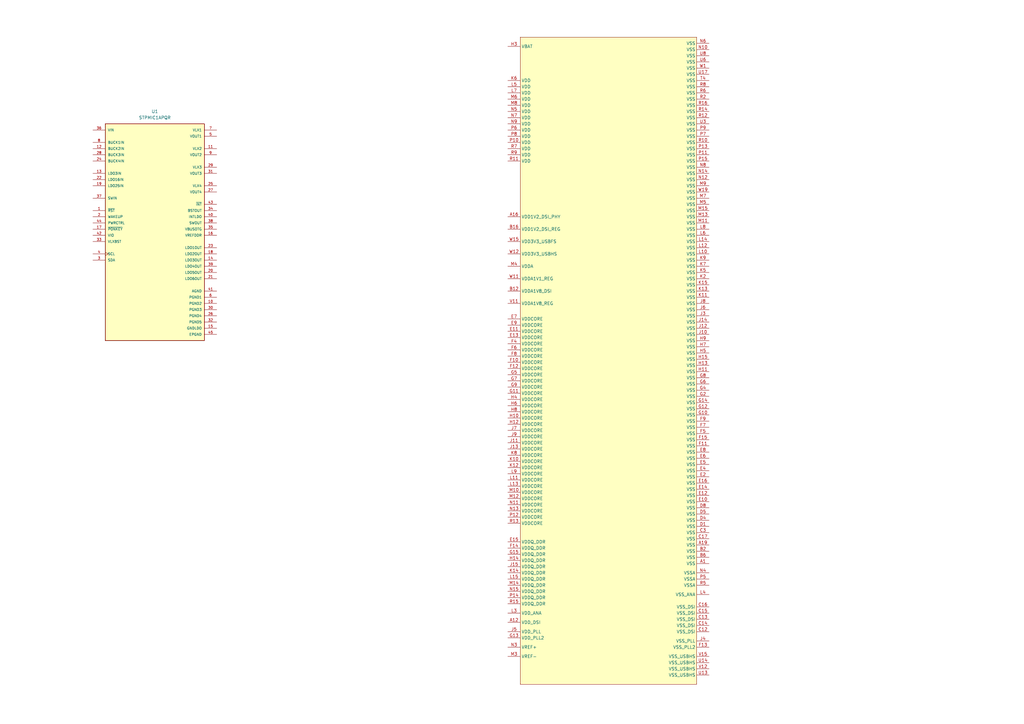
<source format=kicad_sch>
(kicad_sch (version 20250114) (generator "eeschema") (generator_version "9.0")
  (paper "A3")
  (lib_symbols
    (symbol "New_Library:STM32MP157FABx"
      (symbol "STM32MP157FABx_1_1"
        (rectangle (start -22.86 109.22) (end 49.53 -156.21) (fill (type background)))
        (pin power_in line (at -27.94 105.41 0) (length 5.08) (name "VBAT") (number "H3"))
        (pin power_in line (at -27.94 91.44 0) (length 5.08) (name "VDD") (number "K6"))
        (pin power_in line (at -27.94 88.9 0) (length 5.08) (name "VDD") (number "L5"))
        (pin power_in line (at -27.94 86.36 0) (length 5.08) (name "VDD") (number "L7"))
        (pin power_in line (at -27.94 83.82 0) (length 5.08) (name "VDD") (number "M6"))
        (pin power_in line (at -27.94 81.28 0) (length 5.08) (name "VDD") (number "M8"))
        (pin power_in line (at -27.94 78.74 0) (length 5.08) (name "VDD") (number "N5"))
        (pin power_in line (at -27.94 76.2 0) (length 5.08) (name "VDD") (number "N7"))
        (pin power_in line (at -27.94 73.66 0) (length 5.08) (name "VDD") (number "N9"))
        (pin power_in line (at -27.94 71.12 0) (length 5.08) (name "VDD") (number "P6"))
        (pin power_in line (at -27.94 68.58 0) (length 5.08) (name "VDD") (number "P8"))
        (pin power_in line (at -27.94 66.04 0) (length 5.08) (name "VDD") (number "P10"))
        (pin power_in line (at -27.94 63.5 0) (length 5.08) (name "VDD") (number "R7"))
        (pin power_in line (at -27.94 60.96 0) (length 5.08) (name "VDD") (number "R9"))
        (pin power_in line (at -27.94 58.42 0) (length 5.08) (name "VDD") (number "R11"))
        (pin power_in line (at -27.94 35.56 0) (length 5.08) (name "VDD1V2_DSI_PHY") (number "A16"))
        (pin power_in line (at -27.94 30.48 0) (length 5.08) (name "VDD1V2_DSI_REG") (number "B16"))
        (pin power_in line (at -27.94 25.4 0) (length 5.08) (name "VDD3V3_USBFS") (number "W15"))
        (pin power_in line (at -27.94 20.32 0) (length 5.08) (name "VDD3V3_USBHS") (number "W12"))
        (pin power_in line (at -27.94 15.24 0) (length 5.08) (name "VDDA") (number "M4"))
        (pin power_in line (at -27.94 10.16 0) (length 5.08) (name "VDDA1V1_REG") (number "W11"))
        (pin power_in line (at -27.94 5.08 0) (length 5.08) (name "VDDA1V8_DSI") (number "B12"))
        (pin power_in line (at -27.94 0 0) (length 5.08) (name "VDDA1V8_REG") (number "V11"))
        (pin power_in line (at -27.94 -6.35 0) (length 5.08) (name "VDDCORE") (number "E7"))
        (pin power_in line (at -27.94 -8.89 0) (length 5.08) (name "VDDCORE") (number "E9"))
        (pin power_in line (at -27.94 -11.43 0) (length 5.08) (name "VDDCORE") (number "E11"))
        (pin power_in line (at -27.94 -13.97 0) (length 5.08) (name "VDDCORE") (number "E13"))
        (pin power_in line (at -27.94 -16.51 0) (length 5.08) (name "VDDCORE") (number "F4"))
        (pin power_in line (at -27.94 -19.05 0) (length 5.08) (name "VDDCORE") (number "F6"))
        (pin power_in line (at -27.94 -21.59 0) (length 5.08) (name "VDDCORE") (number "F8"))
        (pin power_in line (at -27.94 -24.13 0) (length 5.08) (name "VDDCORE") (number "F10"))
        (pin power_in line (at -27.94 -26.67 0) (length 5.08) (name "VDDCORE") (number "F12"))
        (pin power_in line (at -27.94 -29.21 0) (length 5.08) (name "VDDCORE") (number "G5"))
        (pin power_in line (at -27.94 -31.75 0) (length 5.08) (name "VDDCORE") (number "G7"))
        (pin power_in line (at -27.94 -34.29 0) (length 5.08) (name "VDDCORE") (number "G9"))
        (pin power_in line (at -27.94 -36.83 0) (length 5.08) (name "VDDCORE") (number "G11"))
        (pin power_in line (at -27.94 -39.37 0) (length 5.08) (name "VDDCORE") (number "H4"))
        (pin power_in line (at -27.94 -41.91 0) (length 5.08) (name "VDDCORE") (number "H6"))
        (pin power_in line (at -27.94 -44.45 0) (length 5.08) (name "VDDCORE") (number "H8"))
        (pin power_in line (at -27.94 -46.99 0) (length 5.08) (name "VDDCORE") (number "H10"))
        (pin power_in line (at -27.94 -49.53 0) (length 5.08) (name "VDDCORE") (number "H12"))
        (pin power_in line (at -27.94 -52.07 0) (length 5.08) (name "VDDCORE") (number "J7"))
        (pin power_in line (at -27.94 -54.61 0) (length 5.08) (name "VDDCORE") (number "J9"))
        (pin power_in line (at -27.94 -57.15 0) (length 5.08) (name "VDDCORE") (number "J11"))
        (pin power_in line (at -27.94 -59.69 0) (length 5.08) (name "VDDCORE") (number "J13"))
        (pin power_in line (at -27.94 -62.23 0) (length 5.08) (name "VDDCORE") (number "K8"))
        (pin power_in line (at -27.94 -64.77 0) (length 5.08) (name "VDDCORE") (number "K10"))
        (pin power_in line (at -27.94 -67.31 0) (length 5.08) (name "VDDCORE") (number "K12"))
        (pin power_in line (at -27.94 -69.85 0) (length 5.08) (name "VDDCORE") (number "L9"))
        (pin power_in line (at -27.94 -72.39 0) (length 5.08) (name "VDDCORE") (number "L11"))
        (pin power_in line (at -27.94 -74.93 0) (length 5.08) (name "VDDCORE") (number "L13"))
        (pin power_in line (at -27.94 -77.47 0) (length 5.08) (name "VDDCORE") (number "M10"))
        (pin power_in line (at -27.94 -80.01 0) (length 5.08) (name "VDDCORE") (number "M12"))
        (pin power_in line (at -27.94 -82.55 0) (length 5.08) (name "VDDCORE") (number "N11"))
        (pin power_in line (at -27.94 -85.09 0) (length 5.08) (name "VDDCORE") (number "N13"))
        (pin power_in line (at -27.94 -87.63 0) (length 5.08) (name "VDDCORE") (number "P12"))
        (pin power_in line (at -27.94 -90.17 0) (length 5.08) (name "VDDCORE") (number "R13"))
        (pin power_in line (at -27.94 -97.79 0) (length 5.08) (name "VDDQ_DDR") (number "E15"))
        (pin power_in line (at -27.94 -100.33 0) (length 5.08) (name "VDDQ_DDR") (number "F14"))
        (pin power_in line (at -27.94 -102.87 0) (length 5.08) (name "VDDQ_DDR") (number "G15"))
        (pin power_in line (at -27.94 -105.41 0) (length 5.08) (name "VDDQ_DDR") (number "H14"))
        (pin power_in line (at -27.94 -107.95 0) (length 5.08) (name "VDDQ_DDR") (number "J15"))
        (pin power_in line (at -27.94 -110.49 0) (length 5.08) (name "VDDQ_DDR") (number "K14"))
        (pin power_in line (at -27.94 -113.03 0) (length 5.08) (name "VDDQ_DDR") (number "L15"))
        (pin power_in line (at -27.94 -115.57 0) (length 5.08) (name "VDDQ_DDR") (number "M14"))
        (pin power_in line (at -27.94 -118.11 0) (length 5.08) (name "VDDQ_DDR") (number "N15"))
        (pin power_in line (at -27.94 -120.65 0) (length 5.08) (name "VDDQ_DDR") (number "P14"))
        (pin power_in line (at -27.94 -123.19 0) (length 5.08) (name "VDDQ_DDR") (number "R15"))
        (pin power_in line (at -27.94 -127 0) (length 5.08) (name "VDD_ANA") (number "L3"))
        (pin power_in line (at -27.94 -130.81 0) (length 5.08) (name "VDD_DSI") (number "A12"))
        (pin power_in line (at -27.94 -134.62 0) (length 5.08) (name "VDD_PLL") (number "J5"))
        (pin power_in line (at -27.94 -137.16 0) (length 5.08) (name "VDD_PLL2") (number "G13"))
        (pin input line (at -27.94 -140.97 0) (length 5.08) (name "VREF+") (number "N3"))
        (pin input line (at -27.94 -144.78 0) (length 5.08) (name "VREF-") (number "M3"))
        (pin passive line (at 54.61 106.68 180) (length 5.08) (name "VSS") (number "N6"))
        (pin passive line (at 54.61 104.14 180) (length 5.08) (name "VSS") (number "N10"))
        (pin passive line (at 54.61 101.6 180) (length 5.08) (name "VSS") (number "U8"))
        (pin passive line (at 54.61 99.06 180) (length 5.08) (name "VSS") (number "U6"))
        (pin passive line (at 54.61 96.52 180) (length 5.08) (name "VSS") (number "W1"))
        (pin passive line (at 54.61 93.98 180) (length 5.08) (name "VSS") (number "U17"))
        (pin passive line (at 54.61 91.44 180) (length 5.08) (name "VSS") (number "T4"))
        (pin passive line (at 54.61 88.9 180) (length 5.08) (name "VSS") (number "R8"))
        (pin passive line (at 54.61 86.36 180) (length 5.08) (name "VSS") (number "R6"))
        (pin passive line (at 54.61 83.82 180) (length 5.08) (name "VSS") (number "R2"))
        (pin passive line (at 54.61 81.28 180) (length 5.08) (name "VSS") (number "R16"))
        (pin passive line (at 54.61 78.74 180) (length 5.08) (name "VSS") (number "R14"))
        (pin passive line (at 54.61 76.2 180) (length 5.08) (name "VSS") (number "R12"))
        (pin passive line (at 54.61 73.66 180) (length 5.08) (name "VSS") (number "U3"))
        (pin passive line (at 54.61 71.12 180) (length 5.08) (name "VSS") (number "P9"))
        (pin passive line (at 54.61 68.58 180) (length 5.08) (name "VSS") (number "P7"))
        (pin passive line (at 54.61 66.04 180) (length 5.08) (name "VSS") (number "R10"))
        (pin passive line (at 54.61 63.5 180) (length 5.08) (name "VSS") (number "P13"))
        (pin passive line (at 54.61 60.96 180) (length 5.08) (name "VSS") (number "P11"))
        (pin passive line (at 54.61 58.42 180) (length 5.08) (name "VSS") (number "P15"))
        (pin passive line (at 54.61 55.88 180) (length 5.08) (name "VSS") (number "N8"))
        (pin passive line (at 54.61 53.34 180) (length 5.08) (name "VSS") (number "N14"))
        (pin passive line (at 54.61 50.8 180) (length 5.08) (name "VSS") (number "N12"))
        (pin passive line (at 54.61 48.26 180) (length 5.08) (name "VSS") (number "M9"))
        (pin passive line (at 54.61 45.72 180) (length 5.08) (name "VSS") (number "W19"))
        (pin passive line (at 54.61 43.18 180) (length 5.08) (name "VSS") (number "M7"))
        (pin passive line (at 54.61 40.64 180) (length 5.08) (name "VSS") (number "M5"))
        (pin passive line (at 54.61 38.1 180) (length 5.08) (name "VSS") (number "M15"))
        (pin passive line (at 54.61 35.56 180) (length 5.08) (name "VSS") (number "M13"))
        (pin passive line (at 54.61 33.02 180) (length 5.08) (name "VSS") (number "M11"))
        (pin passive line (at 54.61 30.48 180) (length 5.08) (name "VSS") (number "L8"))
        (pin passive line (at 54.61 27.94 180) (length 5.08) (name "VSS") (number "L6"))
        (pin passive line (at 54.61 25.4 180) (length 5.08) (name "VSS") (number "L14"))
        (pin passive line (at 54.61 22.86 180) (length 5.08) (name "VSS") (number "L12"))
        (pin passive line (at 54.61 20.32 180) (length 5.08) (name "VSS") (number "L10"))
        (pin passive line (at 54.61 17.78 180) (length 5.08) (name "VSS") (number "K9"))
        (pin passive line (at 54.61 15.24 180) (length 5.08) (name "VSS") (number "K7"))
        (pin passive line (at 54.61 12.7 180) (length 5.08) (name "VSS") (number "K5"))
        (pin passive line (at 54.61 10.16 180) (length 5.08) (name "VSS") (number "K2"))
        (pin passive line (at 54.61 7.62 180) (length 5.08) (name "VSS") (number "K15"))
        (pin passive line (at 54.61 5.08 180) (length 5.08) (name "VSS") (number "K13"))
        (pin passive line (at 54.61 2.54 180) (length 5.08) (name "VSS") (number "K11"))
        (pin passive line (at 54.61 0 180) (length 5.08) (name "VSS") (number "J8"))
        (pin passive line (at 54.61 -2.54 180) (length 5.08) (name "VSS") (number "J6"))
        (pin passive line (at 54.61 -5.08 180) (length 5.08) (name "VSS") (number "J3"))
        (pin passive line (at 54.61 -7.62 180) (length 5.08) (name "VSS") (number "J14"))
        (pin passive line (at 54.61 -10.16 180) (length 5.08) (name "VSS") (number "J12"))
        (pin passive line (at 54.61 -12.7 180) (length 5.08) (name "VSS") (number "J10"))
        (pin passive line (at 54.61 -15.24 180) (length 5.08) (name "VSS") (number "H9"))
        (pin passive line (at 54.61 -17.78 180) (length 5.08) (name "VSS") (number "H7"))
        (pin passive line (at 54.61 -20.32 180) (length 5.08) (name "VSS") (number "H5"))
        (pin passive line (at 54.61 -22.86 180) (length 5.08) (name "VSS") (number "H15"))
        (pin passive line (at 54.61 -25.4 180) (length 5.08) (name "VSS") (number "H13"))
        (pin passive line (at 54.61 -27.94 180) (length 5.08) (name "VSS") (number "H11"))
        (pin passive line (at 54.61 -30.48 180) (length 5.08) (name "VSS") (number "G8"))
        (pin passive line (at 54.61 -33.02 180) (length 5.08) (name "VSS") (number "G6"))
        (pin passive line (at 54.61 -35.56 180) (length 5.08) (name "VSS") (number "G4"))
        (pin passive line (at 54.61 -38.1 180) (length 5.08) (name "VSS") (number "G2"))
        (pin passive line (at 54.61 -40.64 180) (length 5.08) (name "VSS") (number "G14"))
        (pin passive line (at 54.61 -43.18 180) (length 5.08) (name "VSS") (number "G12"))
        (pin passive line (at 54.61 -45.72 180) (length 5.08) (name "VSS") (number "G10"))
        (pin passive line (at 54.61 -48.26 180) (length 5.08) (name "VSS") (number "F9"))
        (pin passive line (at 54.61 -50.8 180) (length 5.08) (name "VSS") (number "F7"))
        (pin passive line (at 54.61 -53.34 180) (length 5.08) (name "VSS") (number "F5"))
        (pin passive line (at 54.61 -55.88 180) (length 5.08) (name "VSS") (number "F15"))
        (pin passive line (at 54.61 -58.42 180) (length 5.08) (name "VSS") (number "F11"))
        (pin passive line (at 54.61 -60.96 180) (length 5.08) (name "VSS") (number "E8"))
        (pin passive line (at 54.61 -63.5 180) (length 5.08) (name "VSS") (number "E6"))
        (pin passive line (at 54.61 -66.04 180) (length 5.08) (name "VSS") (number "E5"))
        (pin passive line (at 54.61 -68.58 180) (length 5.08) (name "VSS") (number "E4"))
        (pin passive line (at 54.61 -71.12 180) (length 5.08) (name "VSS") (number "E2"))
        (pin passive line (at 54.61 -73.66 180) (length 5.08) (name "VSS") (number "E16"))
        (pin passive line (at 54.61 -76.2 180) (length 5.08) (name "VSS") (number "E14"))
        (pin passive line (at 54.61 -78.74 180) (length 5.08) (name "VSS") (number "E12"))
        (pin passive line (at 54.61 -81.28 180) (length 5.08) (name "VSS") (number "E10"))
        (pin passive line (at 54.61 -83.82 180) (length 5.08) (name "VSS") (number "D8"))
        (pin passive line (at 54.61 -86.36 180) (length 5.08) (name "VSS") (number "D5"))
        (pin passive line (at 54.61 -88.9 180) (length 5.08) (name "VSS") (number "D4"))
        (pin passive line (at 54.61 -91.44 180) (length 5.08) (name "VSS") (number "D1"))
        (pin passive line (at 54.61 -93.98 180) (length 5.08) (name "VSS") (number "C3"))
        (pin passive line (at 54.61 -96.52 180) (length 5.08) (name "VSS") (number "C17"))
        (pin passive line (at 54.61 -99.06 180) (length 5.08) (name "VSS") (number "A19"))
        (pin passive line (at 54.61 -101.6 180) (length 5.08) (name "VSS") (number "B2"))
        (pin passive line (at 54.61 -104.14 180) (length 5.08) (name "VSS") (number "B6"))
        (pin power_in line (at 54.61 -106.68 180) (length 5.08) (name "VSS") (number "A1"))
        (pin power_in line (at 54.61 -110.49 180) (length 5.08) (name "VSSA") (number "N4"))
        (pin passive line (at 54.61 -113.03 180) (length 5.08) (name "VSSA") (number "P5"))
        (pin passive line (at 54.61 -115.57 180) (length 5.08) (name "VSSA") (number "R5"))
        (pin power_in line (at 54.61 -119.38 180) (length 5.08) (name "VSS_ANA") (number "L4"))
        (pin passive line (at 54.61 -124.46 180) (length 5.08) (name "VSS_DSI") (number "C16"))
        (pin passive line (at 54.61 -127 180) (length 5.08) (name "VSS_DSI") (number "C15"))
        (pin passive line (at 54.61 -129.54 180) (length 5.08) (name "VSS_DSI") (number "C13"))
        (pin passive line (at 54.61 -132.08 180) (length 5.08) (name "VSS_DSI") (number "C14"))
        (pin power_in line (at 54.61 -134.62 180) (length 5.08) (name "VSS_DSI") (number "C12"))
        (pin power_in line (at 54.61 -138.43 180) (length 5.08) (name "VSS_PLL") (number "J4"))
        (pin power_in line (at 54.61 -140.97 180) (length 5.08) (name "VSS_PLL2") (number "F13"))
        (pin passive line (at 54.61 -144.78 180) (length 5.08) (name "VSS_USBHS") (number "V15"))
        (pin passive line (at 54.61 -147.32 180) (length 5.08) (name "VSS_USBHS") (number "U14"))
        (pin passive line (at 54.61 -149.86 180) (length 5.08) (name "VSS_USBHS") (number "V12"))
        (pin power_in line (at 54.61 -152.4 180) (length 5.08) (name "VSS_USBHS") (number "U13"))
      )
      (symbol "STM32MP157FABx_2_1"
        (rectangle (start -8.89 46.99) (end 63.5 -52.07) (fill (type background)))
        (pin bidirectional line (at -13.97 39.37 0) (length 5.08) (name "DDR_BA0") (number "G19"))
        (pin bidirectional line (at -13.97 36.83 0) (length 5.08) (name "DDR_BA1") (number "N17"))
        (pin bidirectional line (at -13.97 34.29 0) (length 5.08) (name "DDR_BA2") (number "J16"))
        (pin bidirectional line (at -13.97 30.48 0) (length 5.08) (name "DDR_DQM0") (number "C18"))
        (pin bidirectional line (at -13.97 27.94 0) (length 5.08) (name "DDR_DQM1") (number "U18"))
        (pin bidirectional line (at -13.97 19.05 0) (length 5.08) (name "DDR_DQS0N") (number "B19"))
        (pin bidirectional line (at -13.97 16.51 0) (length 5.08) (name "DDR_DQS0P") (number "C19"))
        (pin bidirectional line (at -13.97 13.97 0) (length 5.08) (name "DDR_DQS1N") (number "T19"))
        (pin bidirectional line (at -13.97 11.43 0) (length 5.08) (name "DDR_DQS1P") (number "U19"))
        (pin bidirectional line (at -13.97 5.08 0) (length 5.08) (name "DDR_DQ0") (number "A17"))
        (pin bidirectional line (at -13.97 2.54 0) (length 5.08) (name "DDR_DQ1") (number "A18"))
        (pin bidirectional line (at -13.97 0 0) (length 5.08) (name "DDR_DQ2") (number "D18"))
        (pin bidirectional line (at -13.97 -2.54 0) (length 5.08) (name "DDR_DQ3") (number "B17"))
        (pin bidirectional line (at -13.97 -5.08 0) (length 5.08) (name "DDR_DQ4") (number "E18"))
        (pin bidirectional line (at -13.97 -7.62 0) (length 5.08) (name "DDR_DQ5") (number "D17"))
        (pin bidirectional line (at -13.97 -10.16 0) (length 5.08) (name "DDR_DQ6") (number "D19"))
        (pin bidirectional line (at -13.97 -12.7 0) (length 5.08) (name "DDR_DQ7") (number "B18"))
        (pin bidirectional line (at -13.97 -15.24 0) (length 5.08) (name "DDR_DQ8") (number "P18"))
        (pin bidirectional line (at -13.97 -17.78 0) (length 5.08) (name "DDR_DQ9") (number "T17"))
        (pin bidirectional line (at -13.97 -20.32 0) (length 5.08) (name "DDR_DQ10") (number "R18"))
        (pin bidirectional line (at -13.97 -22.86 0) (length 5.08) (name "DDR_DQ11") (number "V19"))
        (pin bidirectional line (at -13.97 -25.4 0) (length 5.08) (name "DDR_DQ12") (number "W18"))
        (pin bidirectional line (at -13.97 -27.94 0) (length 5.08) (name "DDR_DQ13") (number "T18"))
        (pin bidirectional line (at -13.97 -30.48 0) (length 5.08) (name "DDR_DQ14") (number "V18"))
        (pin bidirectional line (at -13.97 -33.02 0) (length 5.08) (name "DDR_DQ15") (number "W17"))
        (pin bidirectional line (at 68.58 39.37 180) (length 5.08) (name "DDR_CLKP") (number "L19"))
        (pin bidirectional line (at 68.58 36.83 180) (length 5.08) (name "DDR_CLKN") (number "K19"))
        (pin bidirectional line (at 68.58 30.48 180) (length 5.08) (name "DDR_A0") (number "H18"))
        (pin bidirectional line (at 68.58 27.94 180) (length 5.08) (name "DDR_A1") (number "M17"))
        (pin bidirectional line (at 68.58 25.4 180) (length 5.08) (name "DDR_A2") (number "G18"))
        (pin bidirectional line (at 68.58 22.86 180) (length 5.08) (name "DDR_A3") (number "F19"))
        (pin bidirectional line (at 68.58 20.32 180) (length 5.08) (name "DDR_A4") (number "P17"))
        (pin bidirectional line (at 68.58 17.78 180) (length 5.08) (name "DDR_A5") (number "H17"))
        (pin bidirectional line (at 68.58 15.24 180) (length 5.08) (name "DDR_A6") (number "N16"))
        (pin bidirectional line (at 68.58 12.7 180) (length 5.08) (name "DDR_A7") (number "E17"))
        (pin bidirectional line (at 68.58 10.16 180) (length 5.08) (name "DDR_A8") (number "R17"))
        (pin bidirectional line (at 68.58 7.62 180) (length 5.08) (name "DDR_A9") (number "G17"))
        (pin bidirectional line (at 68.58 5.08 180) (length 5.08) (name "DDR_A10") (number "M19"))
        (pin bidirectional line (at 68.58 2.54 180) (length 5.08) (name "DDR_A11") (number "M18"))
        (pin bidirectional line (at 68.58 0 180) (length 5.08) (name "DDR_A12") (number "L17"))
        (pin bidirectional line (at 68.58 -2.54 180) (length 5.08) (name "DDR_A13") (number "F17"))
        (pin bidirectional line (at 68.58 -5.08 180) (length 5.08) (name "DDR_A14") (number "N18"))
        (pin bidirectional line (at 68.58 -7.62 180) (length 5.08) (name "DDR_A15") (number "L16"))
        (pin bidirectional line (at 68.58 -12.7 180) (length 5.08) (name "DDR_RASN") (number "L18"))
        (pin bidirectional line (at 68.58 -15.24 180) (length 5.08) (name "DDR_CASN") (number "K17"))
        (pin bidirectional line (at 68.58 -17.78 180) (length 5.08) (name "DDR_CSN") (number "J18"))
        (pin bidirectional line (at 68.58 -20.32 180) (length 5.08) (name "DDR_CKE") (number "P19"))
        (pin bidirectional line (at 68.58 -22.86 180) (length 5.08) (name "DDR_WEN") (number "J17"))
        (pin bidirectional line (at 68.58 -25.4 180) (length 5.08) (name "DDR_ODT") (number "H19"))
        (pin bidirectional line (at 68.58 -31.75 180) (length 5.08) (name "DDR_RESETN") (number "G16"))
        (pin bidirectional line (at 68.58 -35.56 180) (length 5.08) (name "DDR_VREF") (number "W16"))
        (pin bidirectional line (at 68.58 -39.37 180) (length 5.08) (name "DDR_ZQ") (number "F18"))
        (pin bidirectional line (at 68.58 -43.18 180) (length 5.08) (name "DDR_ATO") (number "N19"))
        (pin bidirectional line (at 68.58 -45.72 180) (length 5.08) (name "DDR_DTO1") (number "J19"))
        (pin bidirectional line (at 68.58 -48.26 180) (length 5.08) (name "DDR_DTO0") (number "K18"))
      )
      (symbol "STM32MP157FABx_3_1"
        (rectangle (start -12.7 43.18) (end 34.29 -46.99) (fill (type background)))
        (pin bidirectional line (at -17.78 39.37 0) (length 5.08) (name "PA0") (number "R3"))
        (pin bidirectional line (at -17.78 36.83 0) (length 5.08) (name "PA1") (number "U4"))
        (pin bidirectional line (at -17.78 34.29 0) (length 5.08) (name "PA2") (number "W2"))
        (pin bidirectional line (at -17.78 31.75 0) (length 5.08) (name "PA3") (number "P3"))
        (pin bidirectional line (at -17.78 29.21 0) (length 5.08) (name "PA4") (number "R4"))
        (pin bidirectional line (at -17.78 26.67 0) (length 5.08) (name "PA5") (number "P4"))
        (pin bidirectional line (at -17.78 24.13 0) (length 5.08) (name "PA6") (number "T5"))
        (pin bidirectional line (at -17.78 21.59 0) (length 5.08) (name "PA7") (number "T6"))
        (pin bidirectional line (at -17.78 19.05 0) (length 5.08) (name "PA8") (number "B8"))
        (pin bidirectional line (at -17.78 16.51 0) (length 5.08) (name "PA9") (number "C8"))
        (pin bidirectional line (at -17.78 13.97 0) (length 5.08) (name "PA10") (number "T16"))
        (pin bidirectional line (at -17.78 11.43 0) (length 5.08) (name "PA11") (number "V17"))
        (pin bidirectional line (at -17.78 8.89 0) (length 5.08) (name "PA12") (number "U16"))
        (pin bidirectional line (at -17.78 6.35 0) (length 5.08) (name "PA13") (number "P2"))
        (pin bidirectional line (at -17.78 3.81 0) (length 5.08) (name "PA14") (number "R1"))
        (pin bidirectional line (at -17.78 1.27 0) (length 5.08) (name "PA15") (number "C7"))
        (pin bidirectional line (at -17.78 -3.81 0) (length 5.08) (name "PB0") (number "W3"))
        (pin bidirectional line (at -17.78 -6.35 0) (length 5.08) (name "PB1") (number "V3"))
        (pin bidirectional line (at -17.78 -8.89 0) (length 5.08) (name "PB2") (number "T13"))
        (pin bidirectional line (at -17.78 -11.43 0) (length 5.08) (name "PB3") (number "A7"))
        (pin bidirectional line (at -17.78 -13.97 0) (length 5.08) (name "PB4") (number "B9"))
        (pin bidirectional line (at -17.78 -16.51 0) (length 5.08) (name "PB5") (number "T8"))
        (pin bidirectional line (at -17.78 -19.05 0) (length 5.08) (name "PB6") (number "T12"))
        (pin bidirectional line (at -17.78 -21.59 0) (length 5.08) (name "PB7") (number "B5"))
        (pin bidirectional line (at -17.78 -24.13 0) (length 5.08) (name "PB8") (number "W6"))
        (pin bidirectional line (at -17.78 -26.67 0) (length 5.08) (name "PB9") (number "D9"))
        (pin bidirectional line (at -17.78 -29.21 0) (length 5.08) (name "PB10") (number "W5"))
        (pin bidirectional line (at -17.78 -31.75 0) (length 5.08) (name "PB11") (number "V1"))
        (pin bidirectional line (at -17.78 -34.29 0) (length 5.08) (name "PB12") (number "V5"))
        (pin bidirectional line (at -17.78 -36.83 0) (length 5.08) (name "PB13") (number "T9"))
        (pin bidirectional line (at -17.78 -39.37 0) (length 5.08) (name "PB14") (number "C9"))
        (pin bidirectional line (at -17.78 -41.91 0) (length 5.08) (name "PB15") (number "A8"))
        (pin bidirectional line (at 39.37 39.37 180) (length 5.08) (name "PC0") (number "T7"))
        (pin bidirectional line (at 39.37 36.83 180) (length 5.08) (name "PC1") (number "V2"))
        (pin bidirectional line (at 39.37 34.29 180) (length 5.08) (name "PC2") (number "T2"))
        (pin bidirectional line (at 39.37 31.75 180) (length 5.08) (name "PC3") (number "T3"))
        (pin bidirectional line (at 39.37 29.21 180) (length 5.08) (name "PC4") (number "W4"))
        (pin bidirectional line (at 39.37 26.67 180) (length 5.08) (name "PC5") (number "V4"))
        (pin bidirectional line (at 39.37 24.13 180) (length 5.08) (name "PC6") (number "D10"))
        (pin bidirectional line (at 39.37 21.59 180) (length 5.08) (name "PC7") (number "A9"))
        (pin bidirectional line (at 39.37 19.05 180) (length 5.08) (name "PC8") (number "C11"))
        (pin bidirectional line (at 39.37 16.51 180) (length 5.08) (name "PC9") (number "A10"))
        (pin bidirectional line (at 39.37 13.97 180) (length 5.08) (name "PC10") (number "D11"))
        (pin bidirectional line (at 39.37 11.43 180) (length 5.08) (name "PC11") (number "A11"))
        (pin bidirectional line (at 39.37 8.89 180) (length 5.08) (name "PC12") (number "C10"))
        (pin bidirectional line (at 39.37 6.35 180) (length 5.08) (name "PC13") (number "K3"))
        (pin bidirectional line (at 39.37 3.81 180) (length 5.08) (name "PC14") (number "H1"))
        (pin bidirectional line (at 39.37 1.27 180) (length 5.08) (name "PC15") (number "H2"))
        (pin bidirectional line (at 39.37 -3.81 180) (length 5.08) (name "PD0") (number "A3"))
        (pin bidirectional line (at 39.37 -6.35 180) (length 5.08) (name "PD1") (number "A4"))
        (pin bidirectional line (at 39.37 -8.89 180) (length 5.08) (name "PD2") (number "B10"))
        (pin bidirectional line (at 39.37 -11.43 180) (length 5.08) (name "PD3") (number "C6"))
        (pin bidirectional line (at 39.37 -13.97 180) (length 5.08) (name "PD4") (number "D6"))
        (pin bidirectional line (at 39.37 -16.51 180) (length 5.08) (name "PD5") (number "D7"))
        (pin bidirectional line (at 39.37 -19.05 180) (length 5.08) (name "PD6") (number "E3"))
        (pin bidirectional line (at 39.37 -21.59 180) (length 5.08) (name "PD7") (number "B4"))
        (pin bidirectional line (at 39.37 -24.13 180) (length 5.08) (name "PD8") (number "F2"))
        (pin bidirectional line (at 39.37 -26.67 180) (length 5.08) (name "PD9") (number "G3"))
        (pin bidirectional line (at 39.37 -29.21 180) (length 5.08) (name "PD10") (number "C5"))
        (pin bidirectional line (at 39.37 -31.75 180) (length 5.08) (name "PD11") (number "V8"))
        (pin bidirectional line (at 39.37 -34.29 180) (length 5.08) (name "PD12") (number "U11"))
        (pin bidirectional line (at 39.37 -36.83 180) (length 5.08) (name "PD13") (number "U12"))
        (pin bidirectional line (at 39.37 -39.37 180) (length 5.08) (name "PD14") (number "F3"))
        (pin bidirectional line (at 39.37 -41.91 180) (length 5.08) (name "PD15") (number "G1"))
      )
      (symbol "STM32MP157FABx_4_1"
        (rectangle (start 10.16 44.45) (end 44.45 -1.27) (fill (type background)))
        (pin bidirectional line (at 5.08 41.91 0) (length 5.08) (name "PE0") (number "C4"))
        (pin bidirectional line (at 5.08 39.37 0) (length 5.08) (name "PE1") (number "B1"))
        (pin bidirectional line (at 5.08 36.83 0) (length 5.08) (name "PE2") (number "T1"))
        (pin bidirectional line (at 5.08 34.29 0) (length 5.08) (name "PE3") (number "A5"))
        (pin bidirectional line (at 5.08 31.75 0) (length 5.08) (name "PE4") (number "B11"))
        (pin bidirectional line (at 5.08 29.21 0) (length 5.08) (name "PE5") (number "B7"))
        (pin bidirectional line (at 5.08 26.67 0) (length 5.08) (name "PE6") (number "B3"))
        (pin bidirectional line (at 5.08 24.13 0) (length 5.08) (name "PE7") (number "T10"))
        (pin bidirectional line (at 5.08 21.59 0) (length 5.08) (name "PE8") (number "T11"))
        (pin bidirectional line (at 5.08 19.05 0) (length 5.08) (name "PE9") (number "W7"))
        (pin bidirectional line (at 5.08 16.51 0) (length 5.08) (name "PE10") (number "V10"))
        (pin bidirectional line (at 5.08 13.97 0) (length 5.08) (name "PE11") (number "C1"))
        (pin bidirectional line (at 5.08 11.43 0) (length 5.08) (name "PE12") (number "D2"))
        (pin bidirectional line (at 5.08 8.89 0) (length 5.08) (name "PE13") (number "C2"))
        (pin bidirectional line (at 5.08 6.35 0) (length 5.08) (name "PE14") (number "D3"))
        (pin bidirectional line (at 5.08 3.81 0) (length 5.08) (name "PE15") (number "E1"))
        (pin bidirectional line (at 49.53 41.91 180) (length 5.08) (name "PF6") (number "V9"))
        (pin bidirectional line (at 49.53 39.37 180) (length 5.08) (name "PF7") (number "W8"))
        (pin bidirectional line (at 49.53 36.83 180) (length 5.08) (name "PF8") (number "U10"))
        (pin bidirectional line (at 49.53 34.29 180) (length 5.08) (name "PF9") (number "W9"))
        (pin bidirectional line (at 49.53 31.75 180) (length 5.08) (name "PF10") (number "U9"))
        (pin bidirectional line (at 49.53 29.21 180) (length 5.08) (name "PF11") (number "U5"))
        (pin bidirectional line (at 49.53 24.13 180) (length 5.08) (name "PG6") (number "A6"))
        (pin bidirectional line (at 49.53 21.59 180) (length 5.08) (name "PG7") (number "W10"))
        (pin bidirectional line (at 49.53 19.05 180) (length 5.08) (name "PG8") (number "U7"))
        (pin bidirectional line (at 49.53 16.51 180) (length 5.08) (name "PG9") (number "T14"))
        (pin bidirectional line (at 49.53 13.97 180) (length 5.08) (name "PG10") (number "V7"))
        (pin bidirectional line (at 49.53 11.43 180) (length 5.08) (name "PG11") (number "V6"))
        (pin bidirectional line (at 49.53 8.89 180) (length 5.08) (name "PG12") (number "F1"))
        (pin bidirectional line (at 49.53 6.35 180) (length 5.08) (name "PG13") (number "U2"))
        (pin bidirectional line (at 49.53 3.81 180) (length 5.08) (name "PG14") (number "U1"))
        (pin bidirectional line (at 49.53 1.27 180) (length 5.08) (name "PG15") (number "A2"))
      )
      (symbol "STM32MP157FABx_5_1"
        (rectangle (start -16.51 11.43) (end 12.7 -24.13) (fill (type background)))
        (pin input line (at -21.59 7.62 0) (length 5.08) (name "BOOT0") (number "K1"))
        (pin input line (at -21.59 5.08 0) (length 5.08) (name "BOOT1") (number "K4"))
        (pin input line (at -21.59 2.54 0) (length 5.08) (name "BOOT2") (number "L2"))
        (pin output line (at -21.59 -1.27 0) (length 5.08) (name "PWR_LP") (number "P1"))
        (pin output line (at -21.59 -3.81 0) (length 5.08) (name "PWR_ON") (number "L1"))
        (pin input line (at -21.59 -8.89 0) (length 5.08) (name "NRST") (number "J1"))
        (pin input line (at -21.59 -11.43 0) (length 5.08) (name "NRST_CORE") (number "J2"))
        (pin bidirectional line (at -21.59 -15.24 0) (length 5.08) (name "BYPASS_REG1V8") (number "T15"))
        (pin bidirectional line (at -21.59 -17.78 0) (length 5.08) (name "PDR_ON") (number "N2"))
        (pin bidirectional line (at -21.59 -20.32 0) (length 5.08) (name "PDR_ON_CORE") (number "N1"))
        (pin bidirectional line (at 17.78 7.62 180) (length 5.08) (name "PH0") (number "M1"))
        (pin bidirectional line (at 17.78 5.08 180) (length 5.08) (name "PH1") (number "M2"))
        (pin bidirectional line (at 17.78 -1.27 180) (length 5.08) (name "NJTRST") (number "D12"))
        (pin bidirectional line (at 17.78 -3.81 180) (length 5.08) (name "JTMS") (number "D15"))
        (pin bidirectional line (at 17.78 -6.35 180) (length 5.08) (name "JTDO") (number "D14"))
        (pin bidirectional line (at 17.78 -8.89 180) (length 5.08) (name "JTDI") (number "D13"))
        (pin bidirectional line (at 17.78 -11.43 180) (length 5.08) (name "JTCK") (number "D16"))
      )
      (symbol "STM32MP157FABx_6_1"
        (rectangle (start 1.27 19.05) (end 39.37 1.27) (fill (type background)))
        (pin bidirectional line (at -3.81 16.51 0) (length 5.08) (name "OTG_VBUS") (number "U15"))
        (pin bidirectional line (at -3.81 13.97 0) (length 5.08) (name "USB_DM1") (number "W14"))
        (pin bidirectional line (at -3.81 11.43 0) (length 5.08) (name "USB_DM2") (number "V13"))
        (pin bidirectional line (at -3.81 8.89 0) (length 5.08) (name "USB_DP1") (number "V14"))
        (pin bidirectional line (at -3.81 6.35 0) (length 5.08) (name "USB_DP2") (number "W13"))
        (pin bidirectional line (at -3.81 3.81 0) (length 5.08) (name "USB_RREF") (number "V16"))
        (pin bidirectional line (at 44.45 16.51 180) (length 5.08) (name "DSIHOST_CKN") (number "A14"))
        (pin bidirectional line (at 44.45 13.97 180) (length 5.08) (name "DSIHOST_CKP") (number "B14"))
        (pin bidirectional line (at 44.45 11.43 180) (length 5.08) (name "DSIHOST_D0N") (number "A13"))
        (pin bidirectional line (at 44.45 8.89 180) (length 5.08) (name "DSIHOST_D0P") (number "B13"))
        (pin bidirectional line (at 44.45 6.35 180) (length 5.08) (name "DSIHOST_D1N") (number "A15"))
        (pin bidirectional line (at 44.45 3.81 180) (length 5.08) (name "DSIHOST_D1P") (number "B15"))
      )
    )
    (symbol "STPMIC1APQR:STPMIC1APQR" (pin_names (offset 1.016))
      (property "Reference" "U" (at -20.32 44.196 0))
      (property "Value" "STPMIC1APQR" (at -20.32 -48.26 0))
      (symbol "STPMIC1APQR_0_0"
        (rectangle (start -20.32 -45.72) (end 20.32 43.18) (stroke (width 0.254)) (fill (type background)))
        (pin input line (at -25.4 40.64 0) (length 5.08) (name "VIN") (number "36"))
        (pin input line (at -25.4 35.56 0) (length 5.08) (name "BUCK1IN") (number "8"))
        (pin input line (at -25.4 33.02 0) (length 5.08) (name "BUCK2IN") (number "12"))
        (pin input line (at -25.4 30.48 0) (length 5.08) (name "BUCK3IN") (number "28"))
        (pin input line (at -25.4 27.94 0) (length 5.08) (name "BUCK4IN") (number "24"))
        (pin input line (at -25.4 22.86 0) (length 5.08) (name "LDO3IN") (number "13"))
        (pin input line (at -25.4 20.32 0) (length 5.08) (name "LDO16IN") (number "22"))
        (pin input line (at -25.4 17.78 0) (length 5.08) (name "LDO25IN") (number "19"))
        (pin input line (at -25.4 12.7 0) (length 5.08) (name "SWIN") (number "37"))
        (pin bidirectional line (at -25.4 7.62 0) (length 5.08) (name "~{RST}") (number "1"))
        (pin input line (at -25.4 5.08 0) (length 5.08) (name "WAKEUP") (number "2"))
        (pin input line (at -25.4 2.54 0) (length 5.08) (name "PWRCTRL") (number "44"))
        (pin input line (at -25.4 0 0) (length 5.08) (name "~{PONKEY}") (number "17"))
        (pin input line (at -25.4 -2.54 0) (length 5.08) (name "VIO") (number "42"))
        (pin input line (at -25.4 -5.08 0) (length 5.08) (name "VLXBST") (number "33"))
        (pin input clock (at -25.4 -10.16 0) (length 5.08) (name "SCL") (number "4"))
        (pin bidirectional line (at -25.4 -12.7 0) (length 5.08) (name "SDA") (number "3"))
        (pin output line (at 25.4 40.64 180) (length 5.08) (name "VLX1") (number "7"))
        (pin input line (at 25.4 38.1 180) (length 5.08) (name "VOUT1") (number "5"))
        (pin output line (at 25.4 33.02 180) (length 5.08) (name "VLX2") (number "11"))
        (pin input line (at 25.4 30.48 180) (length 5.08) (name "VOUT2") (number "9"))
        (pin output line (at 25.4 25.4 180) (length 5.08) (name "VLX3") (number "29"))
        (pin input line (at 25.4 22.86 180) (length 5.08) (name "VOUT3") (number "31"))
        (pin output line (at 25.4 17.78 180) (length 5.08) (name "VLX4") (number "25"))
        (pin input line (at 25.4 15.24 180) (length 5.08) (name "VOUT4") (number "27"))
        (pin output line (at 25.4 10.16 180) (length 5.08) (name "~{INT}") (number "43"))
        (pin output line (at 25.4 7.62 180) (length 5.08) (name "BSTOUT") (number "34"))
        (pin output line (at 25.4 5.08 180) (length 5.08) (name "INTLDO") (number "40"))
        (pin output line (at 25.4 2.54 180) (length 5.08) (name "SWOUT") (number "38"))
        (pin output line (at 25.4 0 180) (length 5.08) (name "VBUSOTG") (number "35"))
        (pin output line (at 25.4 -2.54 180) (length 5.08) (name "VREFDDR") (number "16"))
        (pin output line (at 25.4 -7.62 180) (length 5.08) (name "LDO1OUT") (number "23"))
        (pin output line (at 25.4 -10.16 180) (length 5.08) (name "LDO2OUT") (number "18"))
        (pin output line (at 25.4 -12.7 180) (length 5.08) (name "LDO3OUT") (number "14"))
        (pin output line (at 25.4 -15.24 180) (length 5.08) (name "LDO4OUT") (number "39"))
        (pin output line (at 25.4 -17.78 180) (length 5.08) (name "LDO5OUT") (number "20"))
        (pin output line (at 25.4 -20.32 180) (length 5.08) (name "LDO6OUT") (number "21"))
        (pin power_in line (at 25.4 -25.4 180) (length 5.08) (name "AGND") (number "41"))
        (pin power_in line (at 25.4 -27.94 180) (length 5.08) (name "PGND1") (number "6"))
        (pin power_in line (at 25.4 -30.48 180) (length 5.08) (name "PGND2") (number "10"))
        (pin power_in line (at 25.4 -33.02 180) (length 5.08) (name "PGND3") (number "30"))
        (pin power_in line (at 25.4 -35.56 180) (length 5.08) (name "PGND4") (number "26"))
        (pin power_in line (at 25.4 -38.1 180) (length 5.08) (name "PGND5") (number "32"))
        (pin power_in line (at 25.4 -40.64 180) (length 5.08) (name "GNDLDO") (number "15"))
        (pin power_in line (at 25.4 -43.18 180) (length 5.08) (name "EPGND") (number "45"))
      )
    )
  )
  (symbol (lib_id "New_Library:STM32MP157FABx") (at 236.22 124.46 0) (unit 1)
    (property "Reference" "U2" (effects (hide yes)))
    (property "Value" "STM32MP157FABx" (effects (hide yes)))
    (property "Footprint" "Package_BGA:ST_LFBGA-354_16x16mm_Layout19x19_P0.8mm" (effects (hide yes)))
    (property "Datasheet" "https://www.st.com/resource/en/datasheet/stm32mp157f.pdf" (effects (hide yes)))
    (property "Description" "STMicroelectronics Arm Cortex-A7 MCU, 0KB flash, 708KB RAM, 98 GPIO, LFBGA354" (effects (hide yes)))
  )
  (symbol (lib_id "STPMIC1APQR:STPMIC1APQR") (at 63.5 93.98 0) (unit 1)
    (property "Reference" "U1" (at 63.5 45.72 0))
    (property "Value" "STPMIC1APQR" (at 63.5 48.26 0))
    (property "Footprint" "STPMIC1APQR:QFN40P600X500X80-45N" (effects (hide yes)))
    (property "MF" "STMicroelectronics" (effects (hide yes)))
    (property "MAXIMUM_PACKAGE_HEIGHT" "0.8mm" (effects (hide yes)))
    (property "Package" "WFQFN-44 STMicroelectronics" (effects (hide yes)))
    (property "Price" "None" (effects (hide yes)))
    (property "Check_prices" "https://www.snapeda.com/parts/STPMIC1APQR/STMicroelectronics/view-part/?ref=eda" (effects (hide yes)))
    (property "STANDARD" "IPC 7351B" (effects (hide yes)))
    (property "PARTREV" "8" (effects (hide yes)))
    (property "SnapEDA_Link" "https://www.snapeda.com/parts/STPMIC1APQR/STMicroelectronics/view-part/?ref=snap" (effects (hide yes)))
    (property "MP" "STPMIC1APQR" (effects (hide yes)))
    (property "Description_1" "General Purpose PMIC 44-WFQFN (5x6)" (effects (hide yes)))
    (property "Availability" "In Stock" (effects (hide yes)))
    (property "MANUFACTURER" "STMicroelectronics" (effects (hide yes)))
  )
)
</source>
